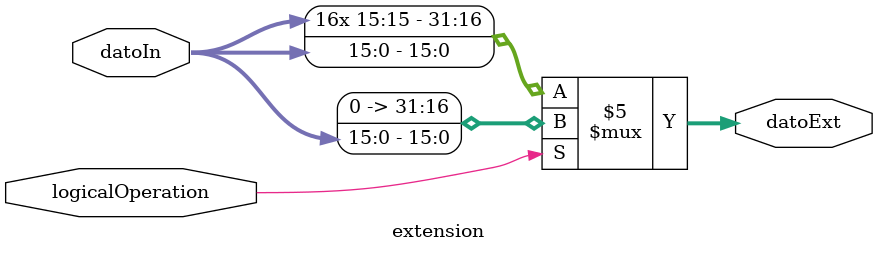
<source format=sv>
module extension #(parameter BITS = 16) (input logic [BITS - 1:0] datoIn,
													  input logic logicalOperation,
													  output logic [31:0] datoExt);
	
	int i;
	
	always_comb begin
		if(~logicalOperation && BITS != 8)
			datoExt = 32'(signed'(datoIn));
		else
			datoExt = datoIn;
	end
	
endmodule

</source>
